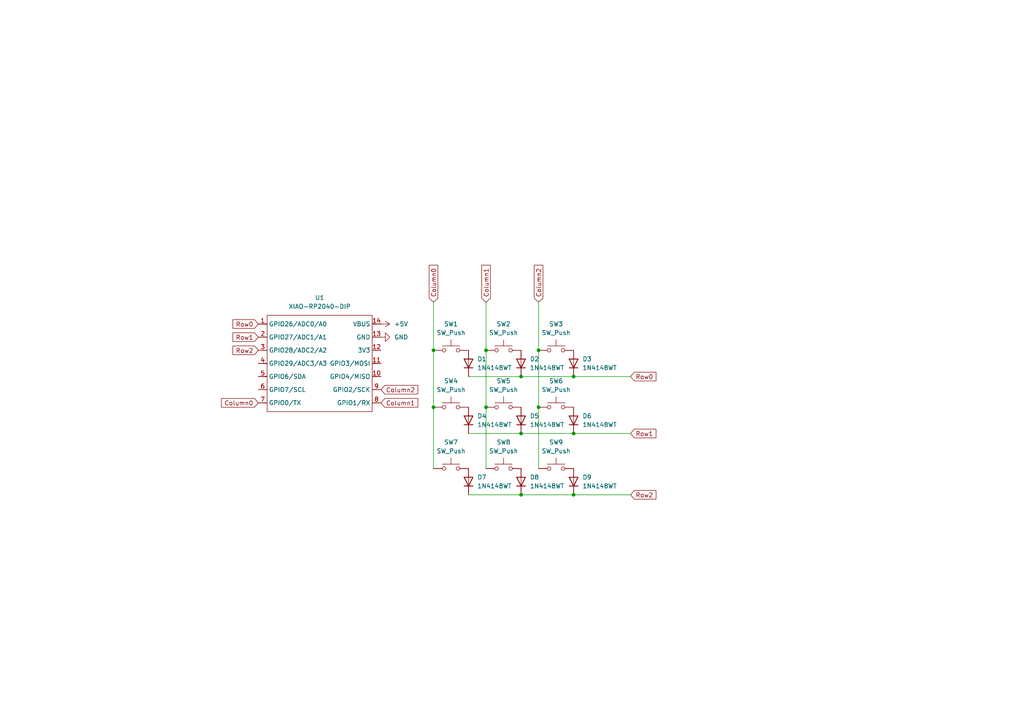
<source format=kicad_sch>
(kicad_sch
	(version 20250114)
	(generator "eeschema")
	(generator_version "9.0")
	(uuid "c183da90-6161-44b2-86b6-11d1e90b2961")
	(paper "A4")
	(lib_symbols
		(symbol "Diode:1N4148WT"
			(pin_numbers
				(hide yes)
			)
			(pin_names
				(hide yes)
			)
			(exclude_from_sim no)
			(in_bom yes)
			(on_board yes)
			(property "Reference" "D"
				(at 0 2.54 0)
				(effects
					(font
						(size 1.27 1.27)
					)
				)
			)
			(property "Value" "1N4148WT"
				(at 0 -2.54 0)
				(effects
					(font
						(size 1.27 1.27)
					)
				)
			)
			(property "Footprint" "Diode_SMD:D_SOD-523"
				(at 0 -4.445 0)
				(effects
					(font
						(size 1.27 1.27)
					)
					(hide yes)
				)
			)
			(property "Datasheet" "https://www.diodes.com/assets/Datasheets/ds30396.pdf"
				(at 0 0 0)
				(effects
					(font
						(size 1.27 1.27)
					)
					(hide yes)
				)
			)
			(property "Description" "75V 0.15A Fast switching Diode, SOD-523"
				(at 0 0 0)
				(effects
					(font
						(size 1.27 1.27)
					)
					(hide yes)
				)
			)
			(property "Sim.Device" "D"
				(at 0 0 0)
				(effects
					(font
						(size 1.27 1.27)
					)
					(hide yes)
				)
			)
			(property "Sim.Pins" "1=K 2=A"
				(at 0 0 0)
				(effects
					(font
						(size 1.27 1.27)
					)
					(hide yes)
				)
			)
			(property "ki_keywords" "diode"
				(at 0 0 0)
				(effects
					(font
						(size 1.27 1.27)
					)
					(hide yes)
				)
			)
			(property "ki_fp_filters" "D*SOD?523*"
				(at 0 0 0)
				(effects
					(font
						(size 1.27 1.27)
					)
					(hide yes)
				)
			)
			(symbol "1N4148WT_0_1"
				(polyline
					(pts
						(xy -1.27 1.27) (xy -1.27 -1.27)
					)
					(stroke
						(width 0.254)
						(type default)
					)
					(fill
						(type none)
					)
				)
				(polyline
					(pts
						(xy 1.27 1.27) (xy 1.27 -1.27) (xy -1.27 0) (xy 1.27 1.27)
					)
					(stroke
						(width 0.254)
						(type default)
					)
					(fill
						(type none)
					)
				)
				(polyline
					(pts
						(xy 1.27 0) (xy -1.27 0)
					)
					(stroke
						(width 0)
						(type default)
					)
					(fill
						(type none)
					)
				)
			)
			(symbol "1N4148WT_1_1"
				(pin passive line
					(at -3.81 0 0)
					(length 2.54)
					(name "K"
						(effects
							(font
								(size 1.27 1.27)
							)
						)
					)
					(number "1"
						(effects
							(font
								(size 1.27 1.27)
							)
						)
					)
				)
				(pin passive line
					(at 3.81 0 180)
					(length 2.54)
					(name "A"
						(effects
							(font
								(size 1.27 1.27)
							)
						)
					)
					(number "2"
						(effects
							(font
								(size 1.27 1.27)
							)
						)
					)
				)
			)
			(embedded_fonts no)
		)
		(symbol "OPL:XIAO-RP2040-DIP"
			(exclude_from_sim no)
			(in_bom yes)
			(on_board yes)
			(property "Reference" "U"
				(at 0 0 0)
				(effects
					(font
						(size 1.27 1.27)
					)
				)
			)
			(property "Value" "XIAO-RP2040-DIP"
				(at 5.334 -1.778 0)
				(effects
					(font
						(size 1.27 1.27)
					)
				)
			)
			(property "Footprint" "Module:MOUDLE14P-XIAO-DIP-SMD"
				(at 14.478 -32.258 0)
				(effects
					(font
						(size 1.27 1.27)
					)
					(hide yes)
				)
			)
			(property "Datasheet" ""
				(at 0 0 0)
				(effects
					(font
						(size 1.27 1.27)
					)
					(hide yes)
				)
			)
			(property "Description" ""
				(at 0 0 0)
				(effects
					(font
						(size 1.27 1.27)
					)
					(hide yes)
				)
			)
			(symbol "XIAO-RP2040-DIP_1_0"
				(polyline
					(pts
						(xy -1.27 -2.54) (xy 29.21 -2.54)
					)
					(stroke
						(width 0.1524)
						(type solid)
					)
					(fill
						(type none)
					)
				)
				(polyline
					(pts
						(xy -1.27 -5.08) (xy -2.54 -5.08)
					)
					(stroke
						(width 0.1524)
						(type solid)
					)
					(fill
						(type none)
					)
				)
				(polyline
					(pts
						(xy -1.27 -5.08) (xy -1.27 -2.54)
					)
					(stroke
						(width 0.1524)
						(type solid)
					)
					(fill
						(type none)
					)
				)
				(polyline
					(pts
						(xy -1.27 -8.89) (xy -2.54 -8.89)
					)
					(stroke
						(width 0.1524)
						(type solid)
					)
					(fill
						(type none)
					)
				)
				(polyline
					(pts
						(xy -1.27 -8.89) (xy -1.27 -5.08)
					)
					(stroke
						(width 0.1524)
						(type solid)
					)
					(fill
						(type none)
					)
				)
				(polyline
					(pts
						(xy -1.27 -12.7) (xy -2.54 -12.7)
					)
					(stroke
						(width 0.1524)
						(type solid)
					)
					(fill
						(type none)
					)
				)
				(polyline
					(pts
						(xy -1.27 -12.7) (xy -1.27 -8.89)
					)
					(stroke
						(width 0.1524)
						(type solid)
					)
					(fill
						(type none)
					)
				)
				(polyline
					(pts
						(xy -1.27 -16.51) (xy -2.54 -16.51)
					)
					(stroke
						(width 0.1524)
						(type solid)
					)
					(fill
						(type none)
					)
				)
				(polyline
					(pts
						(xy -1.27 -16.51) (xy -1.27 -12.7)
					)
					(stroke
						(width 0.1524)
						(type solid)
					)
					(fill
						(type none)
					)
				)
				(polyline
					(pts
						(xy -1.27 -20.32) (xy -2.54 -20.32)
					)
					(stroke
						(width 0.1524)
						(type solid)
					)
					(fill
						(type none)
					)
				)
				(polyline
					(pts
						(xy -1.27 -24.13) (xy -2.54 -24.13)
					)
					(stroke
						(width 0.1524)
						(type solid)
					)
					(fill
						(type none)
					)
				)
				(polyline
					(pts
						(xy -1.27 -27.94) (xy -2.54 -27.94)
					)
					(stroke
						(width 0.1524)
						(type solid)
					)
					(fill
						(type none)
					)
				)
				(polyline
					(pts
						(xy -1.27 -30.48) (xy -1.27 -16.51)
					)
					(stroke
						(width 0.1524)
						(type solid)
					)
					(fill
						(type none)
					)
				)
				(polyline
					(pts
						(xy 29.21 -2.54) (xy 29.21 -5.08)
					)
					(stroke
						(width 0.1524)
						(type solid)
					)
					(fill
						(type none)
					)
				)
				(polyline
					(pts
						(xy 29.21 -5.08) (xy 29.21 -8.89)
					)
					(stroke
						(width 0.1524)
						(type solid)
					)
					(fill
						(type none)
					)
				)
				(polyline
					(pts
						(xy 29.21 -8.89) (xy 29.21 -12.7)
					)
					(stroke
						(width 0.1524)
						(type solid)
					)
					(fill
						(type none)
					)
				)
				(polyline
					(pts
						(xy 29.21 -12.7) (xy 29.21 -30.48)
					)
					(stroke
						(width 0.1524)
						(type solid)
					)
					(fill
						(type none)
					)
				)
				(polyline
					(pts
						(xy 29.21 -30.48) (xy -1.27 -30.48)
					)
					(stroke
						(width 0.1524)
						(type solid)
					)
					(fill
						(type none)
					)
				)
				(polyline
					(pts
						(xy 30.48 -5.08) (xy 29.21 -5.08)
					)
					(stroke
						(width 0.1524)
						(type solid)
					)
					(fill
						(type none)
					)
				)
				(polyline
					(pts
						(xy 30.48 -8.89) (xy 29.21 -8.89)
					)
					(stroke
						(width 0.1524)
						(type solid)
					)
					(fill
						(type none)
					)
				)
				(polyline
					(pts
						(xy 30.48 -12.7) (xy 29.21 -12.7)
					)
					(stroke
						(width 0.1524)
						(type solid)
					)
					(fill
						(type none)
					)
				)
				(polyline
					(pts
						(xy 30.48 -16.51) (xy 29.21 -16.51)
					)
					(stroke
						(width 0.1524)
						(type solid)
					)
					(fill
						(type none)
					)
				)
				(polyline
					(pts
						(xy 30.48 -20.32) (xy 29.21 -20.32)
					)
					(stroke
						(width 0.1524)
						(type solid)
					)
					(fill
						(type none)
					)
				)
				(polyline
					(pts
						(xy 30.48 -24.13) (xy 29.21 -24.13)
					)
					(stroke
						(width 0.1524)
						(type solid)
					)
					(fill
						(type none)
					)
				)
				(polyline
					(pts
						(xy 30.48 -27.94) (xy 29.21 -27.94)
					)
					(stroke
						(width 0.1524)
						(type solid)
					)
					(fill
						(type none)
					)
				)
				(pin passive line
					(at -3.81 -5.08 0)
					(length 2.54)
					(name "GPIO26/ADC0/A0"
						(effects
							(font
								(size 1.27 1.27)
							)
						)
					)
					(number "1"
						(effects
							(font
								(size 1.27 1.27)
							)
						)
					)
				)
				(pin passive line
					(at -3.81 -8.89 0)
					(length 2.54)
					(name "GPIO27/ADC1/A1"
						(effects
							(font
								(size 1.27 1.27)
							)
						)
					)
					(number "2"
						(effects
							(font
								(size 1.27 1.27)
							)
						)
					)
				)
				(pin passive line
					(at -3.81 -12.7 0)
					(length 2.54)
					(name "GPIO28/ADC2/A2"
						(effects
							(font
								(size 1.27 1.27)
							)
						)
					)
					(number "3"
						(effects
							(font
								(size 1.27 1.27)
							)
						)
					)
				)
				(pin passive line
					(at -3.81 -16.51 0)
					(length 2.54)
					(name "GPIO29/ADC3/A3"
						(effects
							(font
								(size 1.27 1.27)
							)
						)
					)
					(number "4"
						(effects
							(font
								(size 1.27 1.27)
							)
						)
					)
				)
				(pin passive line
					(at -3.81 -20.32 0)
					(length 2.54)
					(name "GPIO6/SDA"
						(effects
							(font
								(size 1.27 1.27)
							)
						)
					)
					(number "5"
						(effects
							(font
								(size 1.27 1.27)
							)
						)
					)
				)
				(pin passive line
					(at -3.81 -24.13 0)
					(length 2.54)
					(name "GPIO7/SCL"
						(effects
							(font
								(size 1.27 1.27)
							)
						)
					)
					(number "6"
						(effects
							(font
								(size 1.27 1.27)
							)
						)
					)
				)
				(pin passive line
					(at -3.81 -27.94 0)
					(length 2.54)
					(name "GPIO0/TX"
						(effects
							(font
								(size 1.27 1.27)
							)
						)
					)
					(number "7"
						(effects
							(font
								(size 1.27 1.27)
							)
						)
					)
				)
				(pin passive line
					(at 31.75 -5.08 180)
					(length 2.54)
					(name "VBUS"
						(effects
							(font
								(size 1.27 1.27)
							)
						)
					)
					(number "14"
						(effects
							(font
								(size 1.27 1.27)
							)
						)
					)
				)
				(pin passive line
					(at 31.75 -8.89 180)
					(length 2.54)
					(name "GND"
						(effects
							(font
								(size 1.27 1.27)
							)
						)
					)
					(number "13"
						(effects
							(font
								(size 1.27 1.27)
							)
						)
					)
				)
				(pin passive line
					(at 31.75 -12.7 180)
					(length 2.54)
					(name "3V3"
						(effects
							(font
								(size 1.27 1.27)
							)
						)
					)
					(number "12"
						(effects
							(font
								(size 1.27 1.27)
							)
						)
					)
				)
				(pin passive line
					(at 31.75 -16.51 180)
					(length 2.54)
					(name "GPIO3/MOSI"
						(effects
							(font
								(size 1.27 1.27)
							)
						)
					)
					(number "11"
						(effects
							(font
								(size 1.27 1.27)
							)
						)
					)
				)
				(pin passive line
					(at 31.75 -20.32 180)
					(length 2.54)
					(name "GPIO4/MISO"
						(effects
							(font
								(size 1.27 1.27)
							)
						)
					)
					(number "10"
						(effects
							(font
								(size 1.27 1.27)
							)
						)
					)
				)
				(pin passive line
					(at 31.75 -24.13 180)
					(length 2.54)
					(name "GPIO2/SCK"
						(effects
							(font
								(size 1.27 1.27)
							)
						)
					)
					(number "9"
						(effects
							(font
								(size 1.27 1.27)
							)
						)
					)
				)
				(pin passive line
					(at 31.75 -27.94 180)
					(length 2.54)
					(name "GPIO1/RX"
						(effects
							(font
								(size 1.27 1.27)
							)
						)
					)
					(number "8"
						(effects
							(font
								(size 1.27 1.27)
							)
						)
					)
				)
			)
			(embedded_fonts no)
		)
		(symbol "Switch:SW_Push"
			(pin_numbers
				(hide yes)
			)
			(pin_names
				(offset 1.016)
				(hide yes)
			)
			(exclude_from_sim no)
			(in_bom yes)
			(on_board yes)
			(property "Reference" "SW"
				(at 1.27 2.54 0)
				(effects
					(font
						(size 1.27 1.27)
					)
					(justify left)
				)
			)
			(property "Value" "SW_Push"
				(at 0 -1.524 0)
				(effects
					(font
						(size 1.27 1.27)
					)
				)
			)
			(property "Footprint" ""
				(at 0 5.08 0)
				(effects
					(font
						(size 1.27 1.27)
					)
					(hide yes)
				)
			)
			(property "Datasheet" "~"
				(at 0 5.08 0)
				(effects
					(font
						(size 1.27 1.27)
					)
					(hide yes)
				)
			)
			(property "Description" "Push button switch, generic, two pins"
				(at 0 0 0)
				(effects
					(font
						(size 1.27 1.27)
					)
					(hide yes)
				)
			)
			(property "ki_keywords" "switch normally-open pushbutton push-button"
				(at 0 0 0)
				(effects
					(font
						(size 1.27 1.27)
					)
					(hide yes)
				)
			)
			(symbol "SW_Push_0_1"
				(circle
					(center -2.032 0)
					(radius 0.508)
					(stroke
						(width 0)
						(type default)
					)
					(fill
						(type none)
					)
				)
				(polyline
					(pts
						(xy 0 1.27) (xy 0 3.048)
					)
					(stroke
						(width 0)
						(type default)
					)
					(fill
						(type none)
					)
				)
				(circle
					(center 2.032 0)
					(radius 0.508)
					(stroke
						(width 0)
						(type default)
					)
					(fill
						(type none)
					)
				)
				(polyline
					(pts
						(xy 2.54 1.27) (xy -2.54 1.27)
					)
					(stroke
						(width 0)
						(type default)
					)
					(fill
						(type none)
					)
				)
				(pin passive line
					(at -5.08 0 0)
					(length 2.54)
					(name "1"
						(effects
							(font
								(size 1.27 1.27)
							)
						)
					)
					(number "1"
						(effects
							(font
								(size 1.27 1.27)
							)
						)
					)
				)
				(pin passive line
					(at 5.08 0 180)
					(length 2.54)
					(name "2"
						(effects
							(font
								(size 1.27 1.27)
							)
						)
					)
					(number "2"
						(effects
							(font
								(size 1.27 1.27)
							)
						)
					)
				)
			)
			(embedded_fonts no)
		)
		(symbol "power:+5V"
			(power)
			(pin_numbers
				(hide yes)
			)
			(pin_names
				(offset 0)
				(hide yes)
			)
			(exclude_from_sim no)
			(in_bom yes)
			(on_board yes)
			(property "Reference" "#PWR"
				(at 0 -3.81 0)
				(effects
					(font
						(size 1.27 1.27)
					)
					(hide yes)
				)
			)
			(property "Value" "+5V"
				(at 0 3.556 0)
				(effects
					(font
						(size 1.27 1.27)
					)
				)
			)
			(property "Footprint" ""
				(at 0 0 0)
				(effects
					(font
						(size 1.27 1.27)
					)
					(hide yes)
				)
			)
			(property "Datasheet" ""
				(at 0 0 0)
				(effects
					(font
						(size 1.27 1.27)
					)
					(hide yes)
				)
			)
			(property "Description" "Power symbol creates a global label with name \"+5V\""
				(at 0 0 0)
				(effects
					(font
						(size 1.27 1.27)
					)
					(hide yes)
				)
			)
			(property "ki_keywords" "global power"
				(at 0 0 0)
				(effects
					(font
						(size 1.27 1.27)
					)
					(hide yes)
				)
			)
			(symbol "+5V_0_1"
				(polyline
					(pts
						(xy -0.762 1.27) (xy 0 2.54)
					)
					(stroke
						(width 0)
						(type default)
					)
					(fill
						(type none)
					)
				)
				(polyline
					(pts
						(xy 0 2.54) (xy 0.762 1.27)
					)
					(stroke
						(width 0)
						(type default)
					)
					(fill
						(type none)
					)
				)
				(polyline
					(pts
						(xy 0 0) (xy 0 2.54)
					)
					(stroke
						(width 0)
						(type default)
					)
					(fill
						(type none)
					)
				)
			)
			(symbol "+5V_1_1"
				(pin power_in line
					(at 0 0 90)
					(length 0)
					(name "~"
						(effects
							(font
								(size 1.27 1.27)
							)
						)
					)
					(number "1"
						(effects
							(font
								(size 1.27 1.27)
							)
						)
					)
				)
			)
			(embedded_fonts no)
		)
		(symbol "power:GND"
			(power)
			(pin_numbers
				(hide yes)
			)
			(pin_names
				(offset 0)
				(hide yes)
			)
			(exclude_from_sim no)
			(in_bom yes)
			(on_board yes)
			(property "Reference" "#PWR"
				(at 0 -6.35 0)
				(effects
					(font
						(size 1.27 1.27)
					)
					(hide yes)
				)
			)
			(property "Value" "GND"
				(at 0 -3.81 0)
				(effects
					(font
						(size 1.27 1.27)
					)
				)
			)
			(property "Footprint" ""
				(at 0 0 0)
				(effects
					(font
						(size 1.27 1.27)
					)
					(hide yes)
				)
			)
			(property "Datasheet" ""
				(at 0 0 0)
				(effects
					(font
						(size 1.27 1.27)
					)
					(hide yes)
				)
			)
			(property "Description" "Power symbol creates a global label with name \"GND\" , ground"
				(at 0 0 0)
				(effects
					(font
						(size 1.27 1.27)
					)
					(hide yes)
				)
			)
			(property "ki_keywords" "global power"
				(at 0 0 0)
				(effects
					(font
						(size 1.27 1.27)
					)
					(hide yes)
				)
			)
			(symbol "GND_0_1"
				(polyline
					(pts
						(xy 0 0) (xy 0 -1.27) (xy 1.27 -1.27) (xy 0 -2.54) (xy -1.27 -1.27) (xy 0 -1.27)
					)
					(stroke
						(width 0)
						(type default)
					)
					(fill
						(type none)
					)
				)
			)
			(symbol "GND_1_1"
				(pin power_in line
					(at 0 0 270)
					(length 0)
					(name "~"
						(effects
							(font
								(size 1.27 1.27)
							)
						)
					)
					(number "1"
						(effects
							(font
								(size 1.27 1.27)
							)
						)
					)
				)
			)
			(embedded_fonts no)
		)
	)
	(junction
		(at 166.37 125.73)
		(diameter 0)
		(color 0 0 0 0)
		(uuid "0005d8b5-016a-492e-b68a-90233d843026")
	)
	(junction
		(at 125.73 118.11)
		(diameter 0)
		(color 0 0 0 0)
		(uuid "20c25757-1ca7-4fce-875d-675583c144bb")
	)
	(junction
		(at 166.37 143.51)
		(diameter 0)
		(color 0 0 0 0)
		(uuid "26f21524-37f1-4c73-819a-466249df6b52")
	)
	(junction
		(at 151.13 109.22)
		(diameter 0)
		(color 0 0 0 0)
		(uuid "451bfd54-2637-459c-a3d1-d5e4e0551478")
	)
	(junction
		(at 151.13 143.51)
		(diameter 0)
		(color 0 0 0 0)
		(uuid "75052bf0-5a20-48aa-8fae-b6509e8a52dd")
	)
	(junction
		(at 151.13 125.73)
		(diameter 0)
		(color 0 0 0 0)
		(uuid "7bb90680-1ec8-49f2-9318-f6cfef7c07ef")
	)
	(junction
		(at 156.21 118.11)
		(diameter 0)
		(color 0 0 0 0)
		(uuid "8c83a08a-2613-4f88-ad05-686bb1f34bcd")
	)
	(junction
		(at 156.21 101.6)
		(diameter 0)
		(color 0 0 0 0)
		(uuid "9eebb351-5fa9-4a0a-8ee1-64018e53d508")
	)
	(junction
		(at 166.37 109.22)
		(diameter 0)
		(color 0 0 0 0)
		(uuid "a6d5e28e-a8e7-484a-b06e-64a30d62839d")
	)
	(junction
		(at 140.97 118.11)
		(diameter 0)
		(color 0 0 0 0)
		(uuid "b4714fde-cad5-4c41-8b44-eae3705035f1")
	)
	(junction
		(at 125.73 101.6)
		(diameter 0)
		(color 0 0 0 0)
		(uuid "b8d85a57-3040-4a64-8bda-16de3a6ee21e")
	)
	(junction
		(at 140.97 101.6)
		(diameter 0)
		(color 0 0 0 0)
		(uuid "dd761eb0-46e0-4957-bd2d-3a7551fc903d")
	)
	(wire
		(pts
			(xy 140.97 101.6) (xy 140.97 118.11)
		)
		(stroke
			(width 0)
			(type default)
		)
		(uuid "01f51d42-3a6e-4620-8dce-66dd67cfb361")
	)
	(wire
		(pts
			(xy 182.88 143.51) (xy 166.37 143.51)
		)
		(stroke
			(width 0)
			(type default)
		)
		(uuid "0988d1c8-d142-46fe-912d-a8e70d9eed83")
	)
	(wire
		(pts
			(xy 125.73 118.11) (xy 125.73 135.89)
		)
		(stroke
			(width 0)
			(type default)
		)
		(uuid "2fd596e7-7e57-4900-af40-297d8a3560d0")
	)
	(wire
		(pts
			(xy 156.21 118.11) (xy 156.21 135.89)
		)
		(stroke
			(width 0)
			(type default)
		)
		(uuid "3a1d1ca8-ac14-414a-b77b-3a3039de7967")
	)
	(wire
		(pts
			(xy 182.88 125.73) (xy 166.37 125.73)
		)
		(stroke
			(width 0)
			(type default)
		)
		(uuid "4d9f092e-acdf-4ca5-8d18-f0773833cf14")
	)
	(wire
		(pts
			(xy 140.97 87.63) (xy 140.97 101.6)
		)
		(stroke
			(width 0)
			(type default)
		)
		(uuid "55f09173-c225-4f0f-8861-69f87254d8bb")
	)
	(wire
		(pts
			(xy 125.73 87.63) (xy 125.73 101.6)
		)
		(stroke
			(width 0)
			(type default)
		)
		(uuid "8c4abce6-8a1a-44c1-9880-378d0f25d6bc")
	)
	(wire
		(pts
			(xy 151.13 143.51) (xy 166.37 143.51)
		)
		(stroke
			(width 0)
			(type default)
		)
		(uuid "9666c7fa-f299-4af2-aacd-1fb9769720eb")
	)
	(wire
		(pts
			(xy 182.88 109.22) (xy 166.37 109.22)
		)
		(stroke
			(width 0)
			(type default)
		)
		(uuid "a11df5f3-c0a1-4bdf-9b3c-3e663d4a1828")
	)
	(wire
		(pts
			(xy 125.73 101.6) (xy 125.73 118.11)
		)
		(stroke
			(width 0)
			(type default)
		)
		(uuid "aca6a5f4-a401-4757-9fd5-341c796d2d8e")
	)
	(wire
		(pts
			(xy 151.13 109.22) (xy 166.37 109.22)
		)
		(stroke
			(width 0)
			(type default)
		)
		(uuid "b08b3caa-6a4b-4ebc-9492-14ff905d57c0")
	)
	(wire
		(pts
			(xy 135.89 125.73) (xy 151.13 125.73)
		)
		(stroke
			(width 0)
			(type default)
		)
		(uuid "b740066d-3fa9-4cd4-bb3d-df36acdda0a2")
	)
	(wire
		(pts
			(xy 135.89 143.51) (xy 151.13 143.51)
		)
		(stroke
			(width 0)
			(type default)
		)
		(uuid "b7706202-dec2-46d4-96d2-66285353c7df")
	)
	(wire
		(pts
			(xy 156.21 101.6) (xy 156.21 118.11)
		)
		(stroke
			(width 0)
			(type default)
		)
		(uuid "bc4c3d0b-aedf-434b-a244-976e761c0a0f")
	)
	(wire
		(pts
			(xy 156.21 87.63) (xy 156.21 101.6)
		)
		(stroke
			(width 0)
			(type default)
		)
		(uuid "d0f1ab7c-2578-4b91-886e-a651bf0b6b2a")
	)
	(wire
		(pts
			(xy 140.97 118.11) (xy 140.97 135.89)
		)
		(stroke
			(width 0)
			(type default)
		)
		(uuid "d938096b-ea3e-4769-bcc6-e939ff1fbc43")
	)
	(wire
		(pts
			(xy 151.13 125.73) (xy 166.37 125.73)
		)
		(stroke
			(width 0)
			(type default)
		)
		(uuid "da9f9dca-3159-4737-afc2-ff1668bfa57b")
	)
	(wire
		(pts
			(xy 135.89 109.22) (xy 151.13 109.22)
		)
		(stroke
			(width 0)
			(type default)
		)
		(uuid "f799c4ff-02ef-4450-a97d-db4cc9817dc3")
	)
	(global_label "Column2"
		(shape input)
		(at 156.21 87.63 90)
		(fields_autoplaced yes)
		(effects
			(font
				(size 1.27 1.27)
			)
			(justify left)
		)
		(uuid "01f18411-1cd3-4996-a5a7-d6f18dc352ac")
		(property "Intersheetrefs" "${INTERSHEET_REFS}"
			(at 156.21 76.3598 90)
			(effects
				(font
					(size 1.27 1.27)
				)
				(justify left)
				(hide yes)
			)
		)
	)
	(global_label "Row2"
		(shape input)
		(at 74.93 101.6 180)
		(fields_autoplaced yes)
		(effects
			(font
				(size 1.27 1.27)
			)
			(justify right)
		)
		(uuid "1bdf0fb6-e9ff-4abe-9d9d-dc258c9061b1")
		(property "Intersheetrefs" "${INTERSHEET_REFS}"
			(at 66.9858 101.6 0)
			(effects
				(font
					(size 1.27 1.27)
				)
				(justify right)
				(hide yes)
			)
		)
	)
	(global_label "Row1"
		(shape input)
		(at 74.93 97.79 180)
		(fields_autoplaced yes)
		(effects
			(font
				(size 1.27 1.27)
			)
			(justify right)
		)
		(uuid "2c0c64a3-1887-4102-b623-49329828d922")
		(property "Intersheetrefs" "${INTERSHEET_REFS}"
			(at 66.9858 97.79 0)
			(effects
				(font
					(size 1.27 1.27)
				)
				(justify right)
				(hide yes)
			)
		)
	)
	(global_label "Row0"
		(shape input)
		(at 182.88 109.22 0)
		(fields_autoplaced yes)
		(effects
			(font
				(size 1.27 1.27)
			)
			(justify left)
		)
		(uuid "4a4b1764-6053-44cd-9056-33f5e1a8d2c0")
		(property "Intersheetrefs" "${INTERSHEET_REFS}"
			(at 190.8242 109.22 0)
			(effects
				(font
					(size 1.27 1.27)
				)
				(justify left)
				(hide yes)
			)
		)
	)
	(global_label "Column1"
		(shape input)
		(at 140.97 87.63 90)
		(fields_autoplaced yes)
		(effects
			(font
				(size 1.27 1.27)
			)
			(justify left)
		)
		(uuid "7ad3b734-9e00-4240-931c-f45561c30b28")
		(property "Intersheetrefs" "${INTERSHEET_REFS}"
			(at 140.97 76.3598 90)
			(effects
				(font
					(size 1.27 1.27)
				)
				(justify left)
				(hide yes)
			)
		)
	)
	(global_label "Column2"
		(shape input)
		(at 110.49 113.03 0)
		(fields_autoplaced yes)
		(effects
			(font
				(size 1.27 1.27)
			)
			(justify left)
		)
		(uuid "99771915-3a2c-4e0b-a750-e860725a874d")
		(property "Intersheetrefs" "${INTERSHEET_REFS}"
			(at 121.7602 113.03 0)
			(effects
				(font
					(size 1.27 1.27)
				)
				(justify left)
				(hide yes)
			)
		)
	)
	(global_label "Column0"
		(shape input)
		(at 125.73 87.63 90)
		(fields_autoplaced yes)
		(effects
			(font
				(size 1.27 1.27)
			)
			(justify left)
		)
		(uuid "b0c16d06-a628-4778-93e1-a3e8dfae6653")
		(property "Intersheetrefs" "${INTERSHEET_REFS}"
			(at 125.73 76.3598 90)
			(effects
				(font
					(size 1.27 1.27)
				)
				(justify left)
				(hide yes)
			)
		)
	)
	(global_label "Column0"
		(shape input)
		(at 74.93 116.84 180)
		(fields_autoplaced yes)
		(effects
			(font
				(size 1.27 1.27)
			)
			(justify right)
		)
		(uuid "b0c7c1b2-f956-4cc5-805a-8ab10e400a5d")
		(property "Intersheetrefs" "${INTERSHEET_REFS}"
			(at 63.6598 116.84 0)
			(effects
				(font
					(size 1.27 1.27)
				)
				(justify right)
				(hide yes)
			)
		)
	)
	(global_label "Row1"
		(shape input)
		(at 182.88 125.73 0)
		(fields_autoplaced yes)
		(effects
			(font
				(size 1.27 1.27)
			)
			(justify left)
		)
		(uuid "b1f0e94a-fb14-41d9-a8b6-a41dc44ee4b5")
		(property "Intersheetrefs" "${INTERSHEET_REFS}"
			(at 190.8242 125.73 0)
			(effects
				(font
					(size 1.27 1.27)
				)
				(justify left)
				(hide yes)
			)
		)
	)
	(global_label "Row0"
		(shape input)
		(at 74.93 93.98 180)
		(fields_autoplaced yes)
		(effects
			(font
				(size 1.27 1.27)
			)
			(justify right)
		)
		(uuid "bcb63145-7a0f-48b3-9ca5-ca9194fddb8c")
		(property "Intersheetrefs" "${INTERSHEET_REFS}"
			(at 66.9858 93.98 0)
			(effects
				(font
					(size 1.27 1.27)
				)
				(justify right)
				(hide yes)
			)
		)
	)
	(global_label "Column1"
		(shape input)
		(at 110.49 116.84 0)
		(fields_autoplaced yes)
		(effects
			(font
				(size 1.27 1.27)
			)
			(justify left)
		)
		(uuid "c978be82-ee0e-4969-a70c-818fb5e25ca4")
		(property "Intersheetrefs" "${INTERSHEET_REFS}"
			(at 121.7602 116.84 0)
			(effects
				(font
					(size 1.27 1.27)
				)
				(justify left)
				(hide yes)
			)
		)
	)
	(global_label "Row2"
		(shape input)
		(at 182.88 143.51 0)
		(fields_autoplaced yes)
		(effects
			(font
				(size 1.27 1.27)
			)
			(justify left)
		)
		(uuid "fc5bb552-5990-4c91-9202-287cd6d3e6ff")
		(property "Intersheetrefs" "${INTERSHEET_REFS}"
			(at 190.8242 143.51 0)
			(effects
				(font
					(size 1.27 1.27)
				)
				(justify left)
				(hide yes)
			)
		)
	)
	(symbol
		(lib_id "Switch:SW_Push")
		(at 146.05 135.89 0)
		(unit 1)
		(exclude_from_sim no)
		(in_bom yes)
		(on_board yes)
		(dnp no)
		(fields_autoplaced yes)
		(uuid "05d4dec1-ecaf-46da-8944-3d3ad8158a09")
		(property "Reference" "SW8"
			(at 146.05 128.27 0)
			(effects
				(font
					(size 1.27 1.27)
				)
			)
		)
		(property "Value" "SW_Push"
			(at 146.05 130.81 0)
			(effects
				(font
					(size 1.27 1.27)
				)
			)
		)
		(property "Footprint" "Button_Switch_Keyboard:SW_Cherry_MX_1.00u_PCB"
			(at 146.05 130.81 0)
			(effects
				(font
					(size 1.27 1.27)
				)
				(hide yes)
			)
		)
		(property "Datasheet" "~"
			(at 146.05 130.81 0)
			(effects
				(font
					(size 1.27 1.27)
				)
				(hide yes)
			)
		)
		(property "Description" "Push button switch, generic, two pins"
			(at 146.05 135.89 0)
			(effects
				(font
					(size 1.27 1.27)
				)
				(hide yes)
			)
		)
		(pin "1"
			(uuid "d1377da7-7aa9-4a39-a474-7d2b6ee17ea8")
		)
		(pin "2"
			(uuid "db64d852-ce1b-415b-8026-041d4a078ee2")
		)
		(instances
			(project "UY"
				(path "/c183da90-6161-44b2-86b6-11d1e90b2961"
					(reference "SW8")
					(unit 1)
				)
			)
		)
	)
	(symbol
		(lib_id "Diode:1N4148WT")
		(at 135.89 121.92 90)
		(unit 1)
		(exclude_from_sim no)
		(in_bom yes)
		(on_board yes)
		(dnp no)
		(fields_autoplaced yes)
		(uuid "11833749-51e5-4a93-afb8-c76c2a27d704")
		(property "Reference" "D4"
			(at 138.43 120.6499 90)
			(effects
				(font
					(size 1.27 1.27)
				)
				(justify right)
			)
		)
		(property "Value" "1N4148WT"
			(at 138.43 123.1899 90)
			(effects
				(font
					(size 1.27 1.27)
				)
				(justify right)
			)
		)
		(property "Footprint" "Diode_SMD:D_SOD-523"
			(at 140.335 121.92 0)
			(effects
				(font
					(size 1.27 1.27)
				)
				(hide yes)
			)
		)
		(property "Datasheet" "https://www.diodes.com/assets/Datasheets/ds30396.pdf"
			(at 135.89 121.92 0)
			(effects
				(font
					(size 1.27 1.27)
				)
				(hide yes)
			)
		)
		(property "Description" "75V 0.15A Fast switching Diode, SOD-523"
			(at 135.89 121.92 0)
			(effects
				(font
					(size 1.27 1.27)
				)
				(hide yes)
			)
		)
		(property "Sim.Device" "D"
			(at 135.89 121.92 0)
			(effects
				(font
					(size 1.27 1.27)
				)
				(hide yes)
			)
		)
		(property "Sim.Pins" "1=K 2=A"
			(at 135.89 121.92 0)
			(effects
				(font
					(size 1.27 1.27)
				)
				(hide yes)
			)
		)
		(pin "1"
			(uuid "d897c5d5-c2e6-4afc-ab24-5aecca1727c3")
		)
		(pin "2"
			(uuid "ab62d3f8-de90-4aba-b83f-b7e0b97b9303")
		)
		(instances
			(project "UY"
				(path "/c183da90-6161-44b2-86b6-11d1e90b2961"
					(reference "D4")
					(unit 1)
				)
			)
		)
	)
	(symbol
		(lib_id "Switch:SW_Push")
		(at 146.05 118.11 0)
		(unit 1)
		(exclude_from_sim no)
		(in_bom yes)
		(on_board yes)
		(dnp no)
		(fields_autoplaced yes)
		(uuid "16aad06e-ce91-4d19-b78b-e2c8316ced20")
		(property "Reference" "SW5"
			(at 146.05 110.49 0)
			(effects
				(font
					(size 1.27 1.27)
				)
			)
		)
		(property "Value" "SW_Push"
			(at 146.05 113.03 0)
			(effects
				(font
					(size 1.27 1.27)
				)
			)
		)
		(property "Footprint" "Button_Switch_Keyboard:SW_Cherry_MX_1.00u_PCB"
			(at 146.05 113.03 0)
			(effects
				(font
					(size 1.27 1.27)
				)
				(hide yes)
			)
		)
		(property "Datasheet" "~"
			(at 146.05 113.03 0)
			(effects
				(font
					(size 1.27 1.27)
				)
				(hide yes)
			)
		)
		(property "Description" "Push button switch, generic, two pins"
			(at 146.05 118.11 0)
			(effects
				(font
					(size 1.27 1.27)
				)
				(hide yes)
			)
		)
		(pin "1"
			(uuid "807d681a-9c94-4c2c-bfeb-369422609276")
		)
		(pin "2"
			(uuid "cd4e5dcc-0955-4643-bbb9-75ddcc9df828")
		)
		(instances
			(project "UY"
				(path "/c183da90-6161-44b2-86b6-11d1e90b2961"
					(reference "SW5")
					(unit 1)
				)
			)
		)
	)
	(symbol
		(lib_id "Diode:1N4148WT")
		(at 135.89 105.41 90)
		(unit 1)
		(exclude_from_sim no)
		(in_bom yes)
		(on_board yes)
		(dnp no)
		(fields_autoplaced yes)
		(uuid "266df8dd-c057-4846-950e-b316ad4fc60f")
		(property "Reference" "D1"
			(at 138.43 104.1399 90)
			(effects
				(font
					(size 1.27 1.27)
				)
				(justify right)
			)
		)
		(property "Value" "1N4148WT"
			(at 138.43 106.6799 90)
			(effects
				(font
					(size 1.27 1.27)
				)
				(justify right)
			)
		)
		(property "Footprint" "Diode_SMD:D_SOD-523"
			(at 140.335 105.41 0)
			(effects
				(font
					(size 1.27 1.27)
				)
				(hide yes)
			)
		)
		(property "Datasheet" "https://www.diodes.com/assets/Datasheets/ds30396.pdf"
			(at 135.89 105.41 0)
			(effects
				(font
					(size 1.27 1.27)
				)
				(hide yes)
			)
		)
		(property "Description" "75V 0.15A Fast switching Diode, SOD-523"
			(at 135.89 105.41 0)
			(effects
				(font
					(size 1.27 1.27)
				)
				(hide yes)
			)
		)
		(property "Sim.Device" "D"
			(at 135.89 105.41 0)
			(effects
				(font
					(size 1.27 1.27)
				)
				(hide yes)
			)
		)
		(property "Sim.Pins" "1=K 2=A"
			(at 135.89 105.41 0)
			(effects
				(font
					(size 1.27 1.27)
				)
				(hide yes)
			)
		)
		(pin "1"
			(uuid "9c0aba8c-99aa-4c16-a253-12ee67d6a72b")
		)
		(pin "2"
			(uuid "f2b66150-0c78-4291-b1de-c8fd199af2c8")
		)
		(instances
			(project ""
				(path "/c183da90-6161-44b2-86b6-11d1e90b2961"
					(reference "D1")
					(unit 1)
				)
			)
		)
	)
	(symbol
		(lib_id "power:GND")
		(at 110.49 97.79 90)
		(unit 1)
		(exclude_from_sim no)
		(in_bom yes)
		(on_board yes)
		(dnp no)
		(fields_autoplaced yes)
		(uuid "2f5ea6c7-5e31-44c2-a187-e6b782f04b7e")
		(property "Reference" "#PWR02"
			(at 116.84 97.79 0)
			(effects
				(font
					(size 1.27 1.27)
				)
				(hide yes)
			)
		)
		(property "Value" "GND"
			(at 114.3 97.7899 90)
			(effects
				(font
					(size 1.27 1.27)
				)
				(justify right)
			)
		)
		(property "Footprint" ""
			(at 110.49 97.79 0)
			(effects
				(font
					(size 1.27 1.27)
				)
				(hide yes)
			)
		)
		(property "Datasheet" ""
			(at 110.49 97.79 0)
			(effects
				(font
					(size 1.27 1.27)
				)
				(hide yes)
			)
		)
		(property "Description" "Power symbol creates a global label with name \"GND\" , ground"
			(at 110.49 97.79 0)
			(effects
				(font
					(size 1.27 1.27)
				)
				(hide yes)
			)
		)
		(pin "1"
			(uuid "0294120a-aaf6-4ef0-93e1-1804dda846ce")
		)
		(instances
			(project ""
				(path "/c183da90-6161-44b2-86b6-11d1e90b2961"
					(reference "#PWR02")
					(unit 1)
				)
			)
		)
	)
	(symbol
		(lib_id "Diode:1N4148WT")
		(at 166.37 121.92 90)
		(unit 1)
		(exclude_from_sim no)
		(in_bom yes)
		(on_board yes)
		(dnp no)
		(fields_autoplaced yes)
		(uuid "3b3b0006-a0a3-4339-bb55-8867ee4b5b80")
		(property "Reference" "D6"
			(at 168.91 120.6499 90)
			(effects
				(font
					(size 1.27 1.27)
				)
				(justify right)
			)
		)
		(property "Value" "1N4148WT"
			(at 168.91 123.1899 90)
			(effects
				(font
					(size 1.27 1.27)
				)
				(justify right)
			)
		)
		(property "Footprint" "Diode_SMD:D_SOD-523"
			(at 170.815 121.92 0)
			(effects
				(font
					(size 1.27 1.27)
				)
				(hide yes)
			)
		)
		(property "Datasheet" "https://www.diodes.com/assets/Datasheets/ds30396.pdf"
			(at 166.37 121.92 0)
			(effects
				(font
					(size 1.27 1.27)
				)
				(hide yes)
			)
		)
		(property "Description" "75V 0.15A Fast switching Diode, SOD-523"
			(at 166.37 121.92 0)
			(effects
				(font
					(size 1.27 1.27)
				)
				(hide yes)
			)
		)
		(property "Sim.Device" "D"
			(at 166.37 121.92 0)
			(effects
				(font
					(size 1.27 1.27)
				)
				(hide yes)
			)
		)
		(property "Sim.Pins" "1=K 2=A"
			(at 166.37 121.92 0)
			(effects
				(font
					(size 1.27 1.27)
				)
				(hide yes)
			)
		)
		(pin "1"
			(uuid "955f2f6c-3886-4a69-af41-2bd77edb2fa7")
		)
		(pin "2"
			(uuid "30548666-88ab-49bf-8eef-4f8c83e42266")
		)
		(instances
			(project "UY"
				(path "/c183da90-6161-44b2-86b6-11d1e90b2961"
					(reference "D6")
					(unit 1)
				)
			)
		)
	)
	(symbol
		(lib_id "Switch:SW_Push")
		(at 161.29 101.6 0)
		(unit 1)
		(exclude_from_sim no)
		(in_bom yes)
		(on_board yes)
		(dnp no)
		(fields_autoplaced yes)
		(uuid "41979e63-67a5-4e13-a601-8faa34b6365b")
		(property "Reference" "SW3"
			(at 161.29 93.98 0)
			(effects
				(font
					(size 1.27 1.27)
				)
			)
		)
		(property "Value" "SW_Push"
			(at 161.29 96.52 0)
			(effects
				(font
					(size 1.27 1.27)
				)
			)
		)
		(property "Footprint" "Button_Switch_Keyboard:SW_Cherry_MX_1.00u_PCB"
			(at 161.29 96.52 0)
			(effects
				(font
					(size 1.27 1.27)
				)
				(hide yes)
			)
		)
		(property "Datasheet" "~"
			(at 161.29 96.52 0)
			(effects
				(font
					(size 1.27 1.27)
				)
				(hide yes)
			)
		)
		(property "Description" "Push button switch, generic, two pins"
			(at 161.29 101.6 0)
			(effects
				(font
					(size 1.27 1.27)
				)
				(hide yes)
			)
		)
		(pin "1"
			(uuid "258e86a1-184b-4ba8-959a-49f03cacb9c7")
		)
		(pin "2"
			(uuid "e72f83c7-4c8c-4551-82c4-0397b5b6bf95")
		)
		(instances
			(project "UY"
				(path "/c183da90-6161-44b2-86b6-11d1e90b2961"
					(reference "SW3")
					(unit 1)
				)
			)
		)
	)
	(symbol
		(lib_id "Switch:SW_Push")
		(at 130.81 135.89 0)
		(unit 1)
		(exclude_from_sim no)
		(in_bom yes)
		(on_board yes)
		(dnp no)
		(fields_autoplaced yes)
		(uuid "43a5aca6-b502-4538-9996-6e67a176fb8d")
		(property "Reference" "SW7"
			(at 130.81 128.27 0)
			(effects
				(font
					(size 1.27 1.27)
				)
			)
		)
		(property "Value" "SW_Push"
			(at 130.81 130.81 0)
			(effects
				(font
					(size 1.27 1.27)
				)
			)
		)
		(property "Footprint" "Button_Switch_Keyboard:SW_Cherry_MX_1.00u_PCB"
			(at 130.81 130.81 0)
			(effects
				(font
					(size 1.27 1.27)
				)
				(hide yes)
			)
		)
		(property "Datasheet" "~"
			(at 130.81 130.81 0)
			(effects
				(font
					(size 1.27 1.27)
				)
				(hide yes)
			)
		)
		(property "Description" "Push button switch, generic, two pins"
			(at 130.81 135.89 0)
			(effects
				(font
					(size 1.27 1.27)
				)
				(hide yes)
			)
		)
		(pin "1"
			(uuid "09265682-2635-4e2a-ad79-540cb90afabc")
		)
		(pin "2"
			(uuid "7b41139e-b8f0-4f9c-8b94-5c23bd7a2a6e")
		)
		(instances
			(project "UY"
				(path "/c183da90-6161-44b2-86b6-11d1e90b2961"
					(reference "SW7")
					(unit 1)
				)
			)
		)
	)
	(symbol
		(lib_id "Diode:1N4148WT")
		(at 135.89 139.7 90)
		(unit 1)
		(exclude_from_sim no)
		(in_bom yes)
		(on_board yes)
		(dnp no)
		(fields_autoplaced yes)
		(uuid "4b74b503-93c0-4748-90ce-6a72e0ab5b81")
		(property "Reference" "D7"
			(at 138.43 138.4299 90)
			(effects
				(font
					(size 1.27 1.27)
				)
				(justify right)
			)
		)
		(property "Value" "1N4148WT"
			(at 138.43 140.9699 90)
			(effects
				(font
					(size 1.27 1.27)
				)
				(justify right)
			)
		)
		(property "Footprint" "Diode_SMD:D_SOD-523"
			(at 140.335 139.7 0)
			(effects
				(font
					(size 1.27 1.27)
				)
				(hide yes)
			)
		)
		(property "Datasheet" "https://www.diodes.com/assets/Datasheets/ds30396.pdf"
			(at 135.89 139.7 0)
			(effects
				(font
					(size 1.27 1.27)
				)
				(hide yes)
			)
		)
		(property "Description" "75V 0.15A Fast switching Diode, SOD-523"
			(at 135.89 139.7 0)
			(effects
				(font
					(size 1.27 1.27)
				)
				(hide yes)
			)
		)
		(property "Sim.Device" "D"
			(at 135.89 139.7 0)
			(effects
				(font
					(size 1.27 1.27)
				)
				(hide yes)
			)
		)
		(property "Sim.Pins" "1=K 2=A"
			(at 135.89 139.7 0)
			(effects
				(font
					(size 1.27 1.27)
				)
				(hide yes)
			)
		)
		(pin "1"
			(uuid "1452a1be-e801-4971-830d-40f2ce3ecc85")
		)
		(pin "2"
			(uuid "f496f166-ff95-490b-a355-418791c1f49f")
		)
		(instances
			(project "UY"
				(path "/c183da90-6161-44b2-86b6-11d1e90b2961"
					(reference "D7")
					(unit 1)
				)
			)
		)
	)
	(symbol
		(lib_id "Diode:1N4148WT")
		(at 166.37 105.41 90)
		(unit 1)
		(exclude_from_sim no)
		(in_bom yes)
		(on_board yes)
		(dnp no)
		(fields_autoplaced yes)
		(uuid "6316220d-eae5-437e-92f9-38afdd326aa7")
		(property "Reference" "D3"
			(at 168.91 104.1399 90)
			(effects
				(font
					(size 1.27 1.27)
				)
				(justify right)
			)
		)
		(property "Value" "1N4148WT"
			(at 168.91 106.6799 90)
			(effects
				(font
					(size 1.27 1.27)
				)
				(justify right)
			)
		)
		(property "Footprint" "Diode_SMD:D_SOD-523"
			(at 170.815 105.41 0)
			(effects
				(font
					(size 1.27 1.27)
				)
				(hide yes)
			)
		)
		(property "Datasheet" "https://www.diodes.com/assets/Datasheets/ds30396.pdf"
			(at 166.37 105.41 0)
			(effects
				(font
					(size 1.27 1.27)
				)
				(hide yes)
			)
		)
		(property "Description" "75V 0.15A Fast switching Diode, SOD-523"
			(at 166.37 105.41 0)
			(effects
				(font
					(size 1.27 1.27)
				)
				(hide yes)
			)
		)
		(property "Sim.Device" "D"
			(at 166.37 105.41 0)
			(effects
				(font
					(size 1.27 1.27)
				)
				(hide yes)
			)
		)
		(property "Sim.Pins" "1=K 2=A"
			(at 166.37 105.41 0)
			(effects
				(font
					(size 1.27 1.27)
				)
				(hide yes)
			)
		)
		(pin "1"
			(uuid "398262e1-fe84-467f-9f52-e8891b320cd3")
		)
		(pin "2"
			(uuid "4e897c77-7e27-4381-8c35-b768e60d123e")
		)
		(instances
			(project "UY"
				(path "/c183da90-6161-44b2-86b6-11d1e90b2961"
					(reference "D3")
					(unit 1)
				)
			)
		)
	)
	(symbol
		(lib_id "Switch:SW_Push")
		(at 146.05 101.6 0)
		(unit 1)
		(exclude_from_sim no)
		(in_bom yes)
		(on_board yes)
		(dnp no)
		(fields_autoplaced yes)
		(uuid "71be18a7-fd5c-48d1-8524-ed00169a6371")
		(property "Reference" "SW2"
			(at 146.05 93.98 0)
			(effects
				(font
					(size 1.27 1.27)
				)
			)
		)
		(property "Value" "SW_Push"
			(at 146.05 96.52 0)
			(effects
				(font
					(size 1.27 1.27)
				)
			)
		)
		(property "Footprint" "Button_Switch_Keyboard:SW_Cherry_MX_1.00u_PCB"
			(at 146.05 96.52 0)
			(effects
				(font
					(size 1.27 1.27)
				)
				(hide yes)
			)
		)
		(property "Datasheet" "~"
			(at 146.05 96.52 0)
			(effects
				(font
					(size 1.27 1.27)
				)
				(hide yes)
			)
		)
		(property "Description" "Push button switch, generic, two pins"
			(at 146.05 101.6 0)
			(effects
				(font
					(size 1.27 1.27)
				)
				(hide yes)
			)
		)
		(pin "1"
			(uuid "924ac3b6-4e3c-4546-8558-cf1685090555")
		)
		(pin "2"
			(uuid "cd599b97-b7e7-49d9-a4ef-4a3c40b9c514")
		)
		(instances
			(project "UY"
				(path "/c183da90-6161-44b2-86b6-11d1e90b2961"
					(reference "SW2")
					(unit 1)
				)
			)
		)
	)
	(symbol
		(lib_id "Switch:SW_Push")
		(at 130.81 101.6 0)
		(unit 1)
		(exclude_from_sim no)
		(in_bom yes)
		(on_board yes)
		(dnp no)
		(fields_autoplaced yes)
		(uuid "78c47556-9b51-4113-b3c2-dab11c311037")
		(property "Reference" "SW1"
			(at 130.81 93.98 0)
			(effects
				(font
					(size 1.27 1.27)
				)
			)
		)
		(property "Value" "SW_Push"
			(at 130.81 96.52 0)
			(effects
				(font
					(size 1.27 1.27)
				)
			)
		)
		(property "Footprint" "Button_Switch_Keyboard:SW_Cherry_MX_1.00u_PCB"
			(at 130.81 96.52 0)
			(effects
				(font
					(size 1.27 1.27)
				)
				(hide yes)
			)
		)
		(property "Datasheet" "~"
			(at 130.81 96.52 0)
			(effects
				(font
					(size 1.27 1.27)
				)
				(hide yes)
			)
		)
		(property "Description" "Push button switch, generic, two pins"
			(at 130.81 101.6 0)
			(effects
				(font
					(size 1.27 1.27)
				)
				(hide yes)
			)
		)
		(pin "1"
			(uuid "34fb9013-968c-4076-beb0-a573c53e13f0")
		)
		(pin "2"
			(uuid "63b5eb22-cb0a-441e-abdc-afca61336f6b")
		)
		(instances
			(project ""
				(path "/c183da90-6161-44b2-86b6-11d1e90b2961"
					(reference "SW1")
					(unit 1)
				)
			)
		)
	)
	(symbol
		(lib_id "Switch:SW_Push")
		(at 161.29 135.89 0)
		(unit 1)
		(exclude_from_sim no)
		(in_bom yes)
		(on_board yes)
		(dnp no)
		(fields_autoplaced yes)
		(uuid "7c4c4f5f-08cb-4894-acec-293977cdbd27")
		(property "Reference" "SW9"
			(at 161.29 128.27 0)
			(effects
				(font
					(size 1.27 1.27)
				)
			)
		)
		(property "Value" "SW_Push"
			(at 161.29 130.81 0)
			(effects
				(font
					(size 1.27 1.27)
				)
			)
		)
		(property "Footprint" "Button_Switch_Keyboard:SW_Cherry_MX_1.00u_PCB"
			(at 161.29 130.81 0)
			(effects
				(font
					(size 1.27 1.27)
				)
				(hide yes)
			)
		)
		(property "Datasheet" "~"
			(at 161.29 130.81 0)
			(effects
				(font
					(size 1.27 1.27)
				)
				(hide yes)
			)
		)
		(property "Description" "Push button switch, generic, two pins"
			(at 161.29 135.89 0)
			(effects
				(font
					(size 1.27 1.27)
				)
				(hide yes)
			)
		)
		(pin "1"
			(uuid "d19863ea-0912-4434-b083-ac2b516260f1")
		)
		(pin "2"
			(uuid "0f70d128-5c32-44b4-88f5-923cf3abdd19")
		)
		(instances
			(project "UY"
				(path "/c183da90-6161-44b2-86b6-11d1e90b2961"
					(reference "SW9")
					(unit 1)
				)
			)
		)
	)
	(symbol
		(lib_id "Diode:1N4148WT")
		(at 166.37 139.7 90)
		(unit 1)
		(exclude_from_sim no)
		(in_bom yes)
		(on_board yes)
		(dnp no)
		(fields_autoplaced yes)
		(uuid "8b412bdf-0130-4e02-856e-15e328fe1198")
		(property "Reference" "D9"
			(at 168.91 138.4299 90)
			(effects
				(font
					(size 1.27 1.27)
				)
				(justify right)
			)
		)
		(property "Value" "1N4148WT"
			(at 168.91 140.9699 90)
			(effects
				(font
					(size 1.27 1.27)
				)
				(justify right)
			)
		)
		(property "Footprint" "Diode_SMD:D_SOD-523"
			(at 170.815 139.7 0)
			(effects
				(font
					(size 1.27 1.27)
				)
				(hide yes)
			)
		)
		(property "Datasheet" "https://www.diodes.com/assets/Datasheets/ds30396.pdf"
			(at 166.37 139.7 0)
			(effects
				(font
					(size 1.27 1.27)
				)
				(hide yes)
			)
		)
		(property "Description" "75V 0.15A Fast switching Diode, SOD-523"
			(at 166.37 139.7 0)
			(effects
				(font
					(size 1.27 1.27)
				)
				(hide yes)
			)
		)
		(property "Sim.Device" "D"
			(at 166.37 139.7 0)
			(effects
				(font
					(size 1.27 1.27)
				)
				(hide yes)
			)
		)
		(property "Sim.Pins" "1=K 2=A"
			(at 166.37 139.7 0)
			(effects
				(font
					(size 1.27 1.27)
				)
				(hide yes)
			)
		)
		(pin "1"
			(uuid "6e64a8b1-42c5-4357-8141-754ab131a3ea")
		)
		(pin "2"
			(uuid "83d5e668-bc44-4810-bb08-121a7bb77e98")
		)
		(instances
			(project "UY"
				(path "/c183da90-6161-44b2-86b6-11d1e90b2961"
					(reference "D9")
					(unit 1)
				)
			)
		)
	)
	(symbol
		(lib_id "Diode:1N4148WT")
		(at 151.13 121.92 90)
		(unit 1)
		(exclude_from_sim no)
		(in_bom yes)
		(on_board yes)
		(dnp no)
		(fields_autoplaced yes)
		(uuid "99d9be08-18d6-4303-9844-bbb0f48bce13")
		(property "Reference" "D5"
			(at 153.67 120.6499 90)
			(effects
				(font
					(size 1.27 1.27)
				)
				(justify right)
			)
		)
		(property "Value" "1N4148WT"
			(at 153.67 123.1899 90)
			(effects
				(font
					(size 1.27 1.27)
				)
				(justify right)
			)
		)
		(property "Footprint" "Diode_SMD:D_SOD-523"
			(at 155.575 121.92 0)
			(effects
				(font
					(size 1.27 1.27)
				)
				(hide yes)
			)
		)
		(property "Datasheet" "https://www.diodes.com/assets/Datasheets/ds30396.pdf"
			(at 151.13 121.92 0)
			(effects
				(font
					(size 1.27 1.27)
				)
				(hide yes)
			)
		)
		(property "Description" "75V 0.15A Fast switching Diode, SOD-523"
			(at 151.13 121.92 0)
			(effects
				(font
					(size 1.27 1.27)
				)
				(hide yes)
			)
		)
		(property "Sim.Device" "D"
			(at 151.13 121.92 0)
			(effects
				(font
					(size 1.27 1.27)
				)
				(hide yes)
			)
		)
		(property "Sim.Pins" "1=K 2=A"
			(at 151.13 121.92 0)
			(effects
				(font
					(size 1.27 1.27)
				)
				(hide yes)
			)
		)
		(pin "1"
			(uuid "471d1d4a-bed2-4c68-8a83-95e34e0c90c4")
		)
		(pin "2"
			(uuid "ee6994c9-cf1c-4cc9-93c8-f898c14cfbeb")
		)
		(instances
			(project "UY"
				(path "/c183da90-6161-44b2-86b6-11d1e90b2961"
					(reference "D5")
					(unit 1)
				)
			)
		)
	)
	(symbol
		(lib_id "Switch:SW_Push")
		(at 130.81 118.11 0)
		(unit 1)
		(exclude_from_sim no)
		(in_bom yes)
		(on_board yes)
		(dnp no)
		(fields_autoplaced yes)
		(uuid "9d2b7902-12f4-4eb0-b870-fa01a1a0fdc9")
		(property "Reference" "SW4"
			(at 130.81 110.49 0)
			(effects
				(font
					(size 1.27 1.27)
				)
			)
		)
		(property "Value" "SW_Push"
			(at 130.81 113.03 0)
			(effects
				(font
					(size 1.27 1.27)
				)
			)
		)
		(property "Footprint" "Button_Switch_Keyboard:SW_Cherry_MX_1.00u_PCB"
			(at 130.81 113.03 0)
			(effects
				(font
					(size 1.27 1.27)
				)
				(hide yes)
			)
		)
		(property "Datasheet" "~"
			(at 130.81 113.03 0)
			(effects
				(font
					(size 1.27 1.27)
				)
				(hide yes)
			)
		)
		(property "Description" "Push button switch, generic, two pins"
			(at 130.81 118.11 0)
			(effects
				(font
					(size 1.27 1.27)
				)
				(hide yes)
			)
		)
		(pin "1"
			(uuid "87ea18fd-27e6-42b4-80d2-b80a97c4f0a8")
		)
		(pin "2"
			(uuid "3b23f87b-c805-4c80-8059-22f07f30644a")
		)
		(instances
			(project "UY"
				(path "/c183da90-6161-44b2-86b6-11d1e90b2961"
					(reference "SW4")
					(unit 1)
				)
			)
		)
	)
	(symbol
		(lib_id "Diode:1N4148WT")
		(at 151.13 139.7 90)
		(unit 1)
		(exclude_from_sim no)
		(in_bom yes)
		(on_board yes)
		(dnp no)
		(fields_autoplaced yes)
		(uuid "b452aa81-9b77-4fce-ba87-26f851817150")
		(property "Reference" "D8"
			(at 153.67 138.4299 90)
			(effects
				(font
					(size 1.27 1.27)
				)
				(justify right)
			)
		)
		(property "Value" "1N4148WT"
			(at 153.67 140.9699 90)
			(effects
				(font
					(size 1.27 1.27)
				)
				(justify right)
			)
		)
		(property "Footprint" "Diode_SMD:D_SOD-523"
			(at 155.575 139.7 0)
			(effects
				(font
					(size 1.27 1.27)
				)
				(hide yes)
			)
		)
		(property "Datasheet" "https://www.diodes.com/assets/Datasheets/ds30396.pdf"
			(at 151.13 139.7 0)
			(effects
				(font
					(size 1.27 1.27)
				)
				(hide yes)
			)
		)
		(property "Description" "75V 0.15A Fast switching Diode, SOD-523"
			(at 151.13 139.7 0)
			(effects
				(font
					(size 1.27 1.27)
				)
				(hide yes)
			)
		)
		(property "Sim.Device" "D"
			(at 151.13 139.7 0)
			(effects
				(font
					(size 1.27 1.27)
				)
				(hide yes)
			)
		)
		(property "Sim.Pins" "1=K 2=A"
			(at 151.13 139.7 0)
			(effects
				(font
					(size 1.27 1.27)
				)
				(hide yes)
			)
		)
		(pin "1"
			(uuid "c9c4e91d-e180-4894-a6a4-b95a879a6e53")
		)
		(pin "2"
			(uuid "239a08ab-3791-4f2d-811d-68aa540e6047")
		)
		(instances
			(project "UY"
				(path "/c183da90-6161-44b2-86b6-11d1e90b2961"
					(reference "D8")
					(unit 1)
				)
			)
		)
	)
	(symbol
		(lib_id "power:+5V")
		(at 110.49 93.98 270)
		(unit 1)
		(exclude_from_sim no)
		(in_bom yes)
		(on_board yes)
		(dnp no)
		(fields_autoplaced yes)
		(uuid "ba94159e-9641-463d-9074-457e30ac551f")
		(property "Reference" "#PWR01"
			(at 106.68 93.98 0)
			(effects
				(font
					(size 1.27 1.27)
				)
				(hide yes)
			)
		)
		(property "Value" "+5V"
			(at 114.3 93.9799 90)
			(effects
				(font
					(size 1.27 1.27)
				)
				(justify left)
			)
		)
		(property "Footprint" ""
			(at 110.49 93.98 0)
			(effects
				(font
					(size 1.27 1.27)
				)
				(hide yes)
			)
		)
		(property "Datasheet" ""
			(at 110.49 93.98 0)
			(effects
				(font
					(size 1.27 1.27)
				)
				(hide yes)
			)
		)
		(property "Description" "Power symbol creates a global label with name \"+5V\""
			(at 110.49 93.98 0)
			(effects
				(font
					(size 1.27 1.27)
				)
				(hide yes)
			)
		)
		(pin "1"
			(uuid "9fb1062e-48c9-4d4d-b4ae-a6fc79f823dc")
		)
		(instances
			(project ""
				(path "/c183da90-6161-44b2-86b6-11d1e90b2961"
					(reference "#PWR01")
					(unit 1)
				)
			)
		)
	)
	(symbol
		(lib_id "Switch:SW_Push")
		(at 161.29 118.11 0)
		(unit 1)
		(exclude_from_sim no)
		(in_bom yes)
		(on_board yes)
		(dnp no)
		(fields_autoplaced yes)
		(uuid "bfc695a5-d1d8-44bf-9ef5-399c94d66478")
		(property "Reference" "SW6"
			(at 161.29 110.49 0)
			(effects
				(font
					(size 1.27 1.27)
				)
			)
		)
		(property "Value" "SW_Push"
			(at 161.29 113.03 0)
			(effects
				(font
					(size 1.27 1.27)
				)
			)
		)
		(property "Footprint" "Button_Switch_Keyboard:SW_Cherry_MX_1.00u_PCB"
			(at 161.29 113.03 0)
			(effects
				(font
					(size 1.27 1.27)
				)
				(hide yes)
			)
		)
		(property "Datasheet" "~"
			(at 161.29 113.03 0)
			(effects
				(font
					(size 1.27 1.27)
				)
				(hide yes)
			)
		)
		(property "Description" "Push button switch, generic, two pins"
			(at 161.29 118.11 0)
			(effects
				(font
					(size 1.27 1.27)
				)
				(hide yes)
			)
		)
		(pin "1"
			(uuid "4a599043-43c4-43be-95f4-d1ac5f71864b")
		)
		(pin "2"
			(uuid "7958a8db-ee9a-46fa-9c7c-92d53779e8e5")
		)
		(instances
			(project "UY"
				(path "/c183da90-6161-44b2-86b6-11d1e90b2961"
					(reference "SW6")
					(unit 1)
				)
			)
		)
	)
	(symbol
		(lib_id "OPL:XIAO-RP2040-DIP")
		(at 78.74 88.9 0)
		(unit 1)
		(exclude_from_sim no)
		(in_bom yes)
		(on_board yes)
		(dnp no)
		(fields_autoplaced yes)
		(uuid "eb19009a-f7dd-4149-92a0-ee5d03640a8d")
		(property "Reference" "U1"
			(at 92.71 86.36 0)
			(effects
				(font
					(size 1.27 1.27)
				)
			)
		)
		(property "Value" "XIAO-RP2040-DIP"
			(at 92.71 88.9 0)
			(effects
				(font
					(size 1.27 1.27)
				)
			)
		)
		(property "Footprint" "OPL:XIAO-RP2040-DIP"
			(at 93.218 121.158 0)
			(effects
				(font
					(size 1.27 1.27)
				)
				(hide yes)
			)
		)
		(property "Datasheet" ""
			(at 78.74 88.9 0)
			(effects
				(font
					(size 1.27 1.27)
				)
				(hide yes)
			)
		)
		(property "Description" ""
			(at 78.74 88.9 0)
			(effects
				(font
					(size 1.27 1.27)
				)
				(hide yes)
			)
		)
		(pin "1"
			(uuid "1e4e8f6b-f981-4693-b591-0484f25f90a6")
		)
		(pin "6"
			(uuid "c8a08d21-21a3-4d37-9a6e-3961d3931aab")
		)
		(pin "5"
			(uuid "0bcc7630-ed74-4ea2-a1f9-05df8e85a400")
		)
		(pin "11"
			(uuid "0784009f-9838-49f8-a503-d1f572fdb70d")
		)
		(pin "4"
			(uuid "e1bb7d35-445d-4af3-ab9c-0f31b126168d")
		)
		(pin "7"
			(uuid "4270f88c-8131-4b52-99c3-939c27f016e6")
		)
		(pin "8"
			(uuid "2155e3cc-6d89-4595-9e42-544734a8ff3b")
		)
		(pin "2"
			(uuid "f718d775-1a04-42f3-8f17-58f8babd3271")
		)
		(pin "3"
			(uuid "fad6d50f-ef19-4401-bec5-e4a52a094b33")
		)
		(pin "14"
			(uuid "99a7a16c-b72e-4c14-91a4-bf19bc6722a6")
		)
		(pin "13"
			(uuid "fdf53bc2-3881-4556-aedb-b3eb989d47ae")
		)
		(pin "12"
			(uuid "ffdf0960-c2d9-4357-b2ae-4ac1c57063e1")
		)
		(pin "9"
			(uuid "73daf9c5-7052-456d-863a-bb2ecff23733")
		)
		(pin "10"
			(uuid "b0d70297-1a40-4e78-96e8-ddef6fc7c5f6")
		)
		(instances
			(project ""
				(path "/c183da90-6161-44b2-86b6-11d1e90b2961"
					(reference "U1")
					(unit 1)
				)
			)
		)
	)
	(symbol
		(lib_id "Diode:1N4148WT")
		(at 151.13 105.41 90)
		(unit 1)
		(exclude_from_sim no)
		(in_bom yes)
		(on_board yes)
		(dnp no)
		(fields_autoplaced yes)
		(uuid "ec6a307e-fb10-46f5-b414-dbe06b4b2ed1")
		(property "Reference" "D2"
			(at 153.67 104.1399 90)
			(effects
				(font
					(size 1.27 1.27)
				)
				(justify right)
			)
		)
		(property "Value" "1N4148WT"
			(at 153.67 106.6799 90)
			(effects
				(font
					(size 1.27 1.27)
				)
				(justify right)
			)
		)
		(property "Footprint" "Diode_SMD:D_SOD-523"
			(at 155.575 105.41 0)
			(effects
				(font
					(size 1.27 1.27)
				)
				(hide yes)
			)
		)
		(property "Datasheet" "https://www.diodes.com/assets/Datasheets/ds30396.pdf"
			(at 151.13 105.41 0)
			(effects
				(font
					(size 1.27 1.27)
				)
				(hide yes)
			)
		)
		(property "Description" "75V 0.15A Fast switching Diode, SOD-523"
			(at 151.13 105.41 0)
			(effects
				(font
					(size 1.27 1.27)
				)
				(hide yes)
			)
		)
		(property "Sim.Device" "D"
			(at 151.13 105.41 0)
			(effects
				(font
					(size 1.27 1.27)
				)
				(hide yes)
			)
		)
		(property "Sim.Pins" "1=K 2=A"
			(at 151.13 105.41 0)
			(effects
				(font
					(size 1.27 1.27)
				)
				(hide yes)
			)
		)
		(pin "1"
			(uuid "815a96d8-0f2c-48bf-b43a-80eb7972f462")
		)
		(pin "2"
			(uuid "32432268-77cd-4ad3-8b39-2ba376069f1a")
		)
		(instances
			(project "UY"
				(path "/c183da90-6161-44b2-86b6-11d1e90b2961"
					(reference "D2")
					(unit 1)
				)
			)
		)
	)
	(sheet_instances
		(path "/"
			(page "1")
		)
	)
	(embedded_fonts no)
)

</source>
